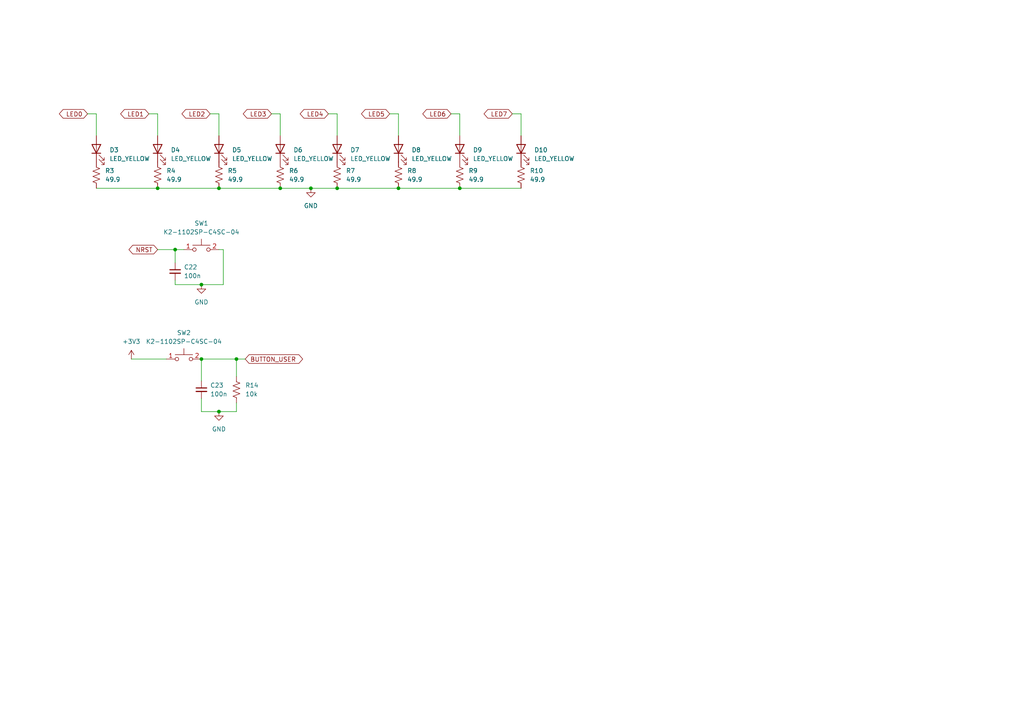
<source format=kicad_sch>
(kicad_sch (version 20211123) (generator eeschema)

  (uuid 8d4d26d9-b338-416f-bbf5-5567e320385a)

  (paper "A4")

  (lib_symbols
    (symbol "Device:C_Small" (pin_numbers hide) (pin_names (offset 0.254) hide) (in_bom yes) (on_board yes)
      (property "Reference" "C" (id 0) (at 0.254 1.778 0)
        (effects (font (size 1.27 1.27)) (justify left))
      )
      (property "Value" "C_Small" (id 1) (at 0.254 -2.032 0)
        (effects (font (size 1.27 1.27)) (justify left))
      )
      (property "Footprint" "" (id 2) (at 0 0 0)
        (effects (font (size 1.27 1.27)) hide)
      )
      (property "Datasheet" "~" (id 3) (at 0 0 0)
        (effects (font (size 1.27 1.27)) hide)
      )
      (property "ki_keywords" "capacitor cap" (id 4) (at 0 0 0)
        (effects (font (size 1.27 1.27)) hide)
      )
      (property "ki_description" "Unpolarized capacitor, small symbol" (id 5) (at 0 0 0)
        (effects (font (size 1.27 1.27)) hide)
      )
      (property "ki_fp_filters" "C_*" (id 6) (at 0 0 0)
        (effects (font (size 1.27 1.27)) hide)
      )
      (symbol "C_Small_0_1"
        (polyline
          (pts
            (xy -1.524 -0.508)
            (xy 1.524 -0.508)
          )
          (stroke (width 0.3302) (type default) (color 0 0 0 0))
          (fill (type none))
        )
        (polyline
          (pts
            (xy -1.524 0.508)
            (xy 1.524 0.508)
          )
          (stroke (width 0.3048) (type default) (color 0 0 0 0))
          (fill (type none))
        )
      )
      (symbol "C_Small_1_1"
        (pin passive line (at 0 2.54 270) (length 2.032)
          (name "~" (effects (font (size 1.27 1.27))))
          (number "1" (effects (font (size 1.27 1.27))))
        )
        (pin passive line (at 0 -2.54 90) (length 2.032)
          (name "~" (effects (font (size 1.27 1.27))))
          (number "2" (effects (font (size 1.27 1.27))))
        )
      )
    )
    (symbol "Device:LED" (pin_numbers hide) (pin_names (offset 1.016) hide) (in_bom yes) (on_board yes)
      (property "Reference" "D" (id 0) (at 0 2.54 0)
        (effects (font (size 1.27 1.27)))
      )
      (property "Value" "LED" (id 1) (at 0 -2.54 0)
        (effects (font (size 1.27 1.27)))
      )
      (property "Footprint" "" (id 2) (at 0 0 0)
        (effects (font (size 1.27 1.27)) hide)
      )
      (property "Datasheet" "~" (id 3) (at 0 0 0)
        (effects (font (size 1.27 1.27)) hide)
      )
      (property "ki_keywords" "LED diode" (id 4) (at 0 0 0)
        (effects (font (size 1.27 1.27)) hide)
      )
      (property "ki_description" "Light emitting diode" (id 5) (at 0 0 0)
        (effects (font (size 1.27 1.27)) hide)
      )
      (property "ki_fp_filters" "LED* LED_SMD:* LED_THT:*" (id 6) (at 0 0 0)
        (effects (font (size 1.27 1.27)) hide)
      )
      (symbol "LED_0_1"
        (polyline
          (pts
            (xy -1.27 -1.27)
            (xy -1.27 1.27)
          )
          (stroke (width 0.254) (type default) (color 0 0 0 0))
          (fill (type none))
        )
        (polyline
          (pts
            (xy -1.27 0)
            (xy 1.27 0)
          )
          (stroke (width 0) (type default) (color 0 0 0 0))
          (fill (type none))
        )
        (polyline
          (pts
            (xy 1.27 -1.27)
            (xy 1.27 1.27)
            (xy -1.27 0)
            (xy 1.27 -1.27)
          )
          (stroke (width 0.254) (type default) (color 0 0 0 0))
          (fill (type none))
        )
        (polyline
          (pts
            (xy -3.048 -0.762)
            (xy -4.572 -2.286)
            (xy -3.81 -2.286)
            (xy -4.572 -2.286)
            (xy -4.572 -1.524)
          )
          (stroke (width 0) (type default) (color 0 0 0 0))
          (fill (type none))
        )
        (polyline
          (pts
            (xy -1.778 -0.762)
            (xy -3.302 -2.286)
            (xy -2.54 -2.286)
            (xy -3.302 -2.286)
            (xy -3.302 -1.524)
          )
          (stroke (width 0) (type default) (color 0 0 0 0))
          (fill (type none))
        )
      )
      (symbol "LED_1_1"
        (pin passive line (at -3.81 0 0) (length 2.54)
          (name "K" (effects (font (size 1.27 1.27))))
          (number "1" (effects (font (size 1.27 1.27))))
        )
        (pin passive line (at 3.81 0 180) (length 2.54)
          (name "A" (effects (font (size 1.27 1.27))))
          (number "2" (effects (font (size 1.27 1.27))))
        )
      )
    )
    (symbol "Device:R_US" (pin_numbers hide) (pin_names (offset 0)) (in_bom yes) (on_board yes)
      (property "Reference" "R" (id 0) (at 2.54 0 90)
        (effects (font (size 1.27 1.27)))
      )
      (property "Value" "R_US" (id 1) (at -2.54 0 90)
        (effects (font (size 1.27 1.27)))
      )
      (property "Footprint" "" (id 2) (at 1.016 -0.254 90)
        (effects (font (size 1.27 1.27)) hide)
      )
      (property "Datasheet" "~" (id 3) (at 0 0 0)
        (effects (font (size 1.27 1.27)) hide)
      )
      (property "ki_keywords" "R res resistor" (id 4) (at 0 0 0)
        (effects (font (size 1.27 1.27)) hide)
      )
      (property "ki_description" "Resistor, US symbol" (id 5) (at 0 0 0)
        (effects (font (size 1.27 1.27)) hide)
      )
      (property "ki_fp_filters" "R_*" (id 6) (at 0 0 0)
        (effects (font (size 1.27 1.27)) hide)
      )
      (symbol "R_US_0_1"
        (polyline
          (pts
            (xy 0 -2.286)
            (xy 0 -2.54)
          )
          (stroke (width 0) (type default) (color 0 0 0 0))
          (fill (type none))
        )
        (polyline
          (pts
            (xy 0 2.286)
            (xy 0 2.54)
          )
          (stroke (width 0) (type default) (color 0 0 0 0))
          (fill (type none))
        )
        (polyline
          (pts
            (xy 0 -0.762)
            (xy 1.016 -1.143)
            (xy 0 -1.524)
            (xy -1.016 -1.905)
            (xy 0 -2.286)
          )
          (stroke (width 0) (type default) (color 0 0 0 0))
          (fill (type none))
        )
        (polyline
          (pts
            (xy 0 0.762)
            (xy 1.016 0.381)
            (xy 0 0)
            (xy -1.016 -0.381)
            (xy 0 -0.762)
          )
          (stroke (width 0) (type default) (color 0 0 0 0))
          (fill (type none))
        )
        (polyline
          (pts
            (xy 0 2.286)
            (xy 1.016 1.905)
            (xy 0 1.524)
            (xy -1.016 1.143)
            (xy 0 0.762)
          )
          (stroke (width 0) (type default) (color 0 0 0 0))
          (fill (type none))
        )
      )
      (symbol "R_US_1_1"
        (pin passive line (at 0 3.81 270) (length 1.27)
          (name "~" (effects (font (size 1.27 1.27))))
          (number "1" (effects (font (size 1.27 1.27))))
        )
        (pin passive line (at 0 -3.81 90) (length 1.27)
          (name "~" (effects (font (size 1.27 1.27))))
          (number "2" (effects (font (size 1.27 1.27))))
        )
      )
    )
    (symbol "SW_TL3305_1" (in_bom yes) (on_board yes)
      (property "Reference" "SW?" (id 0) (at -1.27 6.35 0)
        (effects (font (size 1.27 1.27)))
      )
      (property "Value" "SW_TL3305_1" (id 1) (at 0 3.81 0)
        (effects (font (size 1.27 1.27)))
      )
      (property "Footprint" "" (id 2) (at 0 0 0)
        (effects (font (size 1.27 1.27)) hide)
      )
      (property "Datasheet" "" (id 3) (at 0 0 0)
        (effects (font (size 1.27 1.27)) hide)
      )
      (symbol "SW_TL3305_1_0_1"
        (circle (center -2.032 0) (radius 0.508)
          (stroke (width 0) (type default) (color 0 0 0 0))
          (fill (type none))
        )
        (polyline
          (pts
            (xy 0 1.27)
            (xy 0 3.048)
          )
          (stroke (width 0) (type default) (color 0 0 0 0))
          (fill (type none))
        )
        (polyline
          (pts
            (xy 2.54 1.27)
            (xy -2.54 1.27)
          )
          (stroke (width 0) (type default) (color 0 0 0 0))
          (fill (type none))
        )
        (circle (center 2.032 0) (radius 0.508)
          (stroke (width 0) (type default) (color 0 0 0 0))
          (fill (type none))
        )
        (pin passive line (at -5.08 0 0) (length 2.54)
          (name "" (effects (font (size 1.27 1.27))))
          (number "1" (effects (font (size 1.27 1.27))))
        )
        (pin passive line (at 5.08 0 180) (length 2.54)
          (name "" (effects (font (size 1.27 1.27))))
          (number "2" (effects (font (size 1.27 1.27))))
        )
      )
    )
    (symbol "power:+3V3" (power) (pin_names (offset 0)) (in_bom yes) (on_board yes)
      (property "Reference" "#PWR" (id 0) (at 0 -3.81 0)
        (effects (font (size 1.27 1.27)) hide)
      )
      (property "Value" "+3V3" (id 1) (at 0 3.556 0)
        (effects (font (size 1.27 1.27)))
      )
      (property "Footprint" "" (id 2) (at 0 0 0)
        (effects (font (size 1.27 1.27)) hide)
      )
      (property "Datasheet" "" (id 3) (at 0 0 0)
        (effects (font (size 1.27 1.27)) hide)
      )
      (property "ki_keywords" "power-flag" (id 4) (at 0 0 0)
        (effects (font (size 1.27 1.27)) hide)
      )
      (property "ki_description" "Power symbol creates a global label with name \"+3V3\"" (id 5) (at 0 0 0)
        (effects (font (size 1.27 1.27)) hide)
      )
      (symbol "+3V3_0_1"
        (polyline
          (pts
            (xy -0.762 1.27)
            (xy 0 2.54)
          )
          (stroke (width 0) (type default) (color 0 0 0 0))
          (fill (type none))
        )
        (polyline
          (pts
            (xy 0 0)
            (xy 0 2.54)
          )
          (stroke (width 0) (type default) (color 0 0 0 0))
          (fill (type none))
        )
        (polyline
          (pts
            (xy 0 2.54)
            (xy 0.762 1.27)
          )
          (stroke (width 0) (type default) (color 0 0 0 0))
          (fill (type none))
        )
      )
      (symbol "+3V3_1_1"
        (pin power_in line (at 0 0 90) (length 0) hide
          (name "+3V3" (effects (font (size 1.27 1.27))))
          (number "1" (effects (font (size 1.27 1.27))))
        )
      )
    )
    (symbol "power:GND" (power) (pin_names (offset 0)) (in_bom yes) (on_board yes)
      (property "Reference" "#PWR" (id 0) (at 0 -6.35 0)
        (effects (font (size 1.27 1.27)) hide)
      )
      (property "Value" "GND" (id 1) (at 0 -3.81 0)
        (effects (font (size 1.27 1.27)))
      )
      (property "Footprint" "" (id 2) (at 0 0 0)
        (effects (font (size 1.27 1.27)) hide)
      )
      (property "Datasheet" "" (id 3) (at 0 0 0)
        (effects (font (size 1.27 1.27)) hide)
      )
      (property "ki_keywords" "power-flag" (id 4) (at 0 0 0)
        (effects (font (size 1.27 1.27)) hide)
      )
      (property "ki_description" "Power symbol creates a global label with name \"GND\" , ground" (id 5) (at 0 0 0)
        (effects (font (size 1.27 1.27)) hide)
      )
      (symbol "GND_0_1"
        (polyline
          (pts
            (xy 0 0)
            (xy 0 -1.27)
            (xy 1.27 -1.27)
            (xy 0 -2.54)
            (xy -1.27 -1.27)
            (xy 0 -1.27)
          )
          (stroke (width 0) (type default) (color 0 0 0 0))
          (fill (type none))
        )
      )
      (symbol "GND_1_1"
        (pin power_in line (at 0 0 270) (length 0) hide
          (name "GND" (effects (font (size 1.27 1.27))))
          (number "1" (effects (font (size 1.27 1.27))))
        )
      )
    )
    (symbol "sparkboxLibrary:SW_TL3305" (in_bom yes) (on_board yes)
      (property "Reference" "SW?" (id 0) (at -1.27 6.35 0)
        (effects (font (size 1.27 1.27)))
      )
      (property "Value" "SW_TL3305" (id 1) (at 0 3.81 0)
        (effects (font (size 1.27 1.27)))
      )
      (property "Footprint" "" (id 2) (at 0 0 0)
        (effects (font (size 1.27 1.27)) hide)
      )
      (property "Datasheet" "" (id 3) (at 0 0 0)
        (effects (font (size 1.27 1.27)) hide)
      )
      (symbol "SW_TL3305_0_1"
        (circle (center -2.032 0) (radius 0.508)
          (stroke (width 0) (type default) (color 0 0 0 0))
          (fill (type none))
        )
        (polyline
          (pts
            (xy 0 1.27)
            (xy 0 3.048)
          )
          (stroke (width 0) (type default) (color 0 0 0 0))
          (fill (type none))
        )
        (polyline
          (pts
            (xy 2.54 1.27)
            (xy -2.54 1.27)
          )
          (stroke (width 0) (type default) (color 0 0 0 0))
          (fill (type none))
        )
        (circle (center 2.032 0) (radius 0.508)
          (stroke (width 0) (type default) (color 0 0 0 0))
          (fill (type none))
        )
        (pin passive line (at -5.08 0 0) (length 2.54)
          (name "" (effects (font (size 1.27 1.27))))
          (number "1" (effects (font (size 1.27 1.27))))
        )
        (pin passive line (at 5.08 0 180) (length 2.54)
          (name "" (effects (font (size 1.27 1.27))))
          (number "2" (effects (font (size 1.27 1.27))))
        )
      )
    )
  )

  (junction (at 58.42 82.55) (diameter 0) (color 0 0 0 0)
    (uuid 0b8f548b-b7cb-425a-9483-58194357eadb)
  )
  (junction (at 97.79 54.61) (diameter 0) (color 0 0 0 0)
    (uuid 1dd17500-8e12-4121-bde7-4d936875233d)
  )
  (junction (at 63.5 54.61) (diameter 0) (color 0 0 0 0)
    (uuid 4c591ef7-05ec-40b5-bb57-001faf96f9c7)
  )
  (junction (at 115.57 54.61) (diameter 0) (color 0 0 0 0)
    (uuid 527fbb99-c4ee-4416-8e53-072053801025)
  )
  (junction (at 133.35 54.61) (diameter 0) (color 0 0 0 0)
    (uuid 8fa62ad8-f995-4d5d-8ff8-cb9c5cfece0a)
  )
  (junction (at 90.17 54.61) (diameter 0) (color 0 0 0 0)
    (uuid a5fb2d7c-0590-4018-a4f5-751b7692d61d)
  )
  (junction (at 68.58 104.14) (diameter 0) (color 0 0 0 0)
    (uuid a7ddc34d-2c1a-4ee9-b95d-669c2b533604)
  )
  (junction (at 45.72 54.61) (diameter 0) (color 0 0 0 0)
    (uuid acc6e2d4-675b-4006-97b5-beb36e01997b)
  )
  (junction (at 50.8 72.39) (diameter 0) (color 0 0 0 0)
    (uuid b7e0edac-e9a4-46ed-8ee2-2052feacf553)
  )
  (junction (at 63.5 119.38) (diameter 0) (color 0 0 0 0)
    (uuid c1fd01d6-4c14-424e-9f11-6920b3e63ca1)
  )
  (junction (at 81.28 54.61) (diameter 0) (color 0 0 0 0)
    (uuid e614a1e3-796c-4787-b475-93ec371d8f91)
  )
  (junction (at 58.42 104.14) (diameter 0) (color 0 0 0 0)
    (uuid e9a72ed8-83ca-41f1-ae1f-c360bdd265cc)
  )

  (wire (pts (xy 50.8 82.55) (xy 50.8 81.28))
    (stroke (width 0) (type default) (color 0 0 0 0))
    (uuid 040a4148-12e6-4eac-b1bf-9f31b94cf379)
  )
  (wire (pts (xy 58.42 115.57) (xy 58.42 119.38))
    (stroke (width 0) (type default) (color 0 0 0 0))
    (uuid 0ddcedf4-7263-47cb-8493-d675e7f88f16)
  )
  (wire (pts (xy 148.59 33.02) (xy 151.13 33.02))
    (stroke (width 0) (type default) (color 0 0 0 0))
    (uuid 137d0993-da9d-48c8-85e1-471aad8c1ffa)
  )
  (wire (pts (xy 81.28 54.61) (xy 90.17 54.61))
    (stroke (width 0) (type default) (color 0 0 0 0))
    (uuid 13b37d21-cc2c-4077-8942-76223a051c5b)
  )
  (wire (pts (xy 68.58 116.84) (xy 68.58 119.38))
    (stroke (width 0) (type default) (color 0 0 0 0))
    (uuid 181412ac-e7bf-49a4-88dd-038eb7b51bdc)
  )
  (wire (pts (xy 64.77 72.39) (xy 63.5 72.39))
    (stroke (width 0) (type default) (color 0 0 0 0))
    (uuid 18ee8ff4-71ea-4073-9689-0d862044570a)
  )
  (wire (pts (xy 95.25 33.02) (xy 97.79 33.02))
    (stroke (width 0) (type default) (color 0 0 0 0))
    (uuid 1b93e12d-8193-4891-99ef-7666b771aaa3)
  )
  (wire (pts (xy 81.28 33.02) (xy 81.28 39.37))
    (stroke (width 0) (type default) (color 0 0 0 0))
    (uuid 257e108d-704d-4d2c-8044-3dc5e7217c66)
  )
  (wire (pts (xy 90.17 54.61) (xy 97.79 54.61))
    (stroke (width 0) (type default) (color 0 0 0 0))
    (uuid 2a6f87a1-0b13-4b3c-a91c-77983e94f20c)
  )
  (wire (pts (xy 78.74 33.02) (xy 81.28 33.02))
    (stroke (width 0) (type default) (color 0 0 0 0))
    (uuid 2c4f5dd5-bd2b-40b6-8f7f-b111cf50aeab)
  )
  (wire (pts (xy 45.72 33.02) (xy 45.72 39.37))
    (stroke (width 0) (type default) (color 0 0 0 0))
    (uuid 3b0f1f90-5bb2-4cf8-b509-392fc63a8738)
  )
  (wire (pts (xy 115.57 33.02) (xy 115.57 39.37))
    (stroke (width 0) (type default) (color 0 0 0 0))
    (uuid 40904d8c-9ad9-4ef2-8885-85bff83c9802)
  )
  (wire (pts (xy 151.13 33.02) (xy 151.13 39.37))
    (stroke (width 0) (type default) (color 0 0 0 0))
    (uuid 4121e55c-cb3e-49ec-8021-25b6320853c4)
  )
  (wire (pts (xy 50.8 82.55) (xy 58.42 82.55))
    (stroke (width 0) (type default) (color 0 0 0 0))
    (uuid 42744b02-c58c-4bfe-a959-15244c1af404)
  )
  (wire (pts (xy 27.94 54.61) (xy 45.72 54.61))
    (stroke (width 0) (type default) (color 0 0 0 0))
    (uuid 4c2ef7a0-ff1a-4618-9b3f-9c1bf1c1d9fe)
  )
  (wire (pts (xy 130.81 33.02) (xy 133.35 33.02))
    (stroke (width 0) (type default) (color 0 0 0 0))
    (uuid 53dfd708-862f-4dbf-bade-38baeab80ece)
  )
  (wire (pts (xy 63.5 119.38) (xy 68.58 119.38))
    (stroke (width 0) (type default) (color 0 0 0 0))
    (uuid 53ecfdc0-7146-4a43-be36-e6f46b68acb3)
  )
  (wire (pts (xy 43.18 33.02) (xy 45.72 33.02))
    (stroke (width 0) (type default) (color 0 0 0 0))
    (uuid 5c865f26-3286-45d7-9c39-368e6cad6bba)
  )
  (wire (pts (xy 133.35 54.61) (xy 151.13 54.61))
    (stroke (width 0) (type default) (color 0 0 0 0))
    (uuid 605f65ce-bdd4-4972-b13a-3394d0fad76a)
  )
  (wire (pts (xy 63.5 54.61) (xy 81.28 54.61))
    (stroke (width 0) (type default) (color 0 0 0 0))
    (uuid 67083403-6b3b-4d4a-a963-05b2aee4cd48)
  )
  (wire (pts (xy 60.96 33.02) (xy 63.5 33.02))
    (stroke (width 0) (type default) (color 0 0 0 0))
    (uuid 687308be-8e7d-41c7-8d0f-8c72999b9abd)
  )
  (wire (pts (xy 115.57 54.61) (xy 133.35 54.61))
    (stroke (width 0) (type default) (color 0 0 0 0))
    (uuid 74cd7f21-eccc-4136-b027-f1c30a6aee3a)
  )
  (wire (pts (xy 68.58 104.14) (xy 68.58 109.22))
    (stroke (width 0) (type default) (color 0 0 0 0))
    (uuid 7dcc0bfe-b767-4758-a88d-2865170050e6)
  )
  (wire (pts (xy 50.8 76.2) (xy 50.8 72.39))
    (stroke (width 0) (type default) (color 0 0 0 0))
    (uuid a774c6a3-7f22-4bed-9940-3b46bf8563d0)
  )
  (wire (pts (xy 64.77 82.55) (xy 58.42 82.55))
    (stroke (width 0) (type default) (color 0 0 0 0))
    (uuid aa00ed56-86a8-4466-9df8-7f88a4f4ab46)
  )
  (wire (pts (xy 50.8 72.39) (xy 53.34 72.39))
    (stroke (width 0) (type default) (color 0 0 0 0))
    (uuid b116e757-eaa5-43f5-8f0d-13b4ca462987)
  )
  (wire (pts (xy 58.42 119.38) (xy 63.5 119.38))
    (stroke (width 0) (type default) (color 0 0 0 0))
    (uuid b1874bed-cc23-4865-b71a-89b1d247078c)
  )
  (wire (pts (xy 113.03 33.02) (xy 115.57 33.02))
    (stroke (width 0) (type default) (color 0 0 0 0))
    (uuid b7675c6b-7aab-4554-a29d-e4c036d2dbc8)
  )
  (wire (pts (xy 58.42 104.14) (xy 58.42 110.49))
    (stroke (width 0) (type default) (color 0 0 0 0))
    (uuid bc2fa0c2-9494-4833-aec0-311924cfa27e)
  )
  (wire (pts (xy 97.79 33.02) (xy 97.79 39.37))
    (stroke (width 0) (type default) (color 0 0 0 0))
    (uuid c5598274-3ebf-44da-b1b2-d907b80def17)
  )
  (wire (pts (xy 45.72 54.61) (xy 63.5 54.61))
    (stroke (width 0) (type default) (color 0 0 0 0))
    (uuid c7f2dc13-fd88-40df-a579-6f2e1cb073f5)
  )
  (wire (pts (xy 97.79 54.61) (xy 115.57 54.61))
    (stroke (width 0) (type default) (color 0 0 0 0))
    (uuid cf345e8b-650f-4e5e-8ec8-25cbade00f98)
  )
  (wire (pts (xy 27.94 33.02) (xy 27.94 39.37))
    (stroke (width 0) (type default) (color 0 0 0 0))
    (uuid d86947ab-b952-4e70-aa14-383a40a7ee1e)
  )
  (wire (pts (xy 45.72 72.39) (xy 50.8 72.39))
    (stroke (width 0) (type default) (color 0 0 0 0))
    (uuid d8da8aa5-aeb8-433c-8f8f-549381a29d82)
  )
  (wire (pts (xy 64.77 72.39) (xy 64.77 82.55))
    (stroke (width 0) (type default) (color 0 0 0 0))
    (uuid e2f3eadf-8402-4a67-9899-ddfb02534c6d)
  )
  (wire (pts (xy 63.5 33.02) (xy 63.5 39.37))
    (stroke (width 0) (type default) (color 0 0 0 0))
    (uuid e76385e2-24bc-46f7-a81c-1de808eee51c)
  )
  (wire (pts (xy 133.35 33.02) (xy 133.35 39.37))
    (stroke (width 0) (type default) (color 0 0 0 0))
    (uuid ea9c79fb-557f-4347-89d5-f5b861ff80cb)
  )
  (wire (pts (xy 38.1 104.14) (xy 48.26 104.14))
    (stroke (width 0) (type default) (color 0 0 0 0))
    (uuid eb00c768-ff04-45ea-9865-5b5edefae34b)
  )
  (wire (pts (xy 58.42 104.14) (xy 68.58 104.14))
    (stroke (width 0) (type default) (color 0 0 0 0))
    (uuid ef7a37da-f555-49b2-8f33-35f19024e6ea)
  )
  (wire (pts (xy 25.4 33.02) (xy 27.94 33.02))
    (stroke (width 0) (type default) (color 0 0 0 0))
    (uuid f280731e-6e1d-4e9c-a290-4bf1dcf0e994)
  )
  (wire (pts (xy 68.58 104.14) (xy 71.12 104.14))
    (stroke (width 0) (type default) (color 0 0 0 0))
    (uuid fa5d94fe-a318-493b-a77f-781fc4bfbbce)
  )

  (global_label "LED2" (shape bidirectional) (at 60.96 33.02 180) (fields_autoplaced)
    (effects (font (size 1.27 1.27)) (justify right))
    (uuid 0123daa1-02bc-4b54-920a-d1e4efce4aee)
    (property "Intersheet References" "${INTERSHEET_REFS}" (id 0) (at 53.8902 32.9406 0)
      (effects (font (size 1.27 1.27)) (justify right) hide)
    )
  )
  (global_label "LED3" (shape bidirectional) (at 78.74 33.02 180) (fields_autoplaced)
    (effects (font (size 1.27 1.27)) (justify right))
    (uuid 29b1e4e3-ceed-408f-a967-6c6a7984eebd)
    (property "Intersheet References" "${INTERSHEET_REFS}" (id 0) (at 71.6702 32.9406 0)
      (effects (font (size 1.27 1.27)) (justify right) hide)
    )
  )
  (global_label "BUTTON_USER" (shape bidirectional) (at 71.12 104.14 0) (fields_autoplaced)
    (effects (font (size 1.27 1.27)) (justify left))
    (uuid 61b156ad-1d9f-4415-85ff-02ba0d3d8efa)
    (property "Intersheet References" "${INTERSHEET_REFS}" (id 0) (at 86.6564 104.0606 0)
      (effects (font (size 1.27 1.27)) (justify left) hide)
    )
  )
  (global_label "LED7" (shape bidirectional) (at 148.59 33.02 180) (fields_autoplaced)
    (effects (font (size 1.27 1.27)) (justify right))
    (uuid 64bf9668-0b55-46fe-b402-f05382c7d035)
    (property "Intersheet References" "${INTERSHEET_REFS}" (id 0) (at 141.5202 32.9406 0)
      (effects (font (size 1.27 1.27)) (justify right) hide)
    )
  )
  (global_label "LED4" (shape bidirectional) (at 95.25 33.02 180) (fields_autoplaced)
    (effects (font (size 1.27 1.27)) (justify right))
    (uuid 710543d5-404b-44d7-b0d9-fd3ac57a5278)
    (property "Intersheet References" "${INTERSHEET_REFS}" (id 0) (at 88.1802 32.9406 0)
      (effects (font (size 1.27 1.27)) (justify right) hide)
    )
  )
  (global_label "LED5" (shape bidirectional) (at 113.03 33.02 180) (fields_autoplaced)
    (effects (font (size 1.27 1.27)) (justify right))
    (uuid 89530834-841a-47ee-a6ac-3a91b3c04058)
    (property "Intersheet References" "${INTERSHEET_REFS}" (id 0) (at 105.9602 32.9406 0)
      (effects (font (size 1.27 1.27)) (justify right) hide)
    )
  )
  (global_label "LED6" (shape bidirectional) (at 130.81 33.02 180) (fields_autoplaced)
    (effects (font (size 1.27 1.27)) (justify right))
    (uuid 9576fa4e-c488-4e83-b4fb-f519a3e31643)
    (property "Intersheet References" "${INTERSHEET_REFS}" (id 0) (at 123.7402 32.9406 0)
      (effects (font (size 1.27 1.27)) (justify right) hide)
    )
  )
  (global_label "LED1" (shape bidirectional) (at 43.18 33.02 180) (fields_autoplaced)
    (effects (font (size 1.27 1.27)) (justify right))
    (uuid af558a25-2f33-4516-9967-d677ed02ea23)
    (property "Intersheet References" "${INTERSHEET_REFS}" (id 0) (at 36.1102 32.9406 0)
      (effects (font (size 1.27 1.27)) (justify right) hide)
    )
  )
  (global_label "NRST" (shape bidirectional) (at 45.72 72.39 180) (fields_autoplaced)
    (effects (font (size 1.27 1.27)) (justify right))
    (uuid c6b195df-d9f4-4f6c-910f-717e0a326b6d)
    (property "Intersheet References" "${INTERSHEET_REFS}" (id 0) (at 38.5293 72.3106 0)
      (effects (font (size 1.27 1.27)) (justify right) hide)
    )
  )
  (global_label "LED0" (shape bidirectional) (at 25.4 33.02 180) (fields_autoplaced)
    (effects (font (size 1.27 1.27)) (justify right))
    (uuid f6a47256-bbe7-4c54-a32e-4445da3fef66)
    (property "Intersheet References" "${INTERSHEET_REFS}" (id 0) (at 18.3302 32.9406 0)
      (effects (font (size 1.27 1.27)) (justify right) hide)
    )
  )

  (symbol (lib_id "Device:R_US") (at 115.57 50.8 0) (unit 1)
    (in_bom yes) (on_board yes) (fields_autoplaced)
    (uuid 092add5a-e1c3-4219-b6d4-2db81a02cc84)
    (property "Reference" "R8" (id 0) (at 118.11 49.5299 0)
      (effects (font (size 1.27 1.27)) (justify left))
    )
    (property "Value" "49.9" (id 1) (at 118.11 52.0699 0)
      (effects (font (size 1.27 1.27)) (justify left))
    )
    (property "Footprint" "Resistor_SMD:R_0402_1005Metric" (id 2) (at 116.586 51.054 90)
      (effects (font (size 1.27 1.27)) hide)
    )
    (property "Datasheet" "~" (id 3) (at 115.57 50.8 0)
      (effects (font (size 1.27 1.27)) hide)
    )
    (property "JLPCB Part #" "C25120" (id 4) (at 115.57 50.8 0)
      (effects (font (size 1.27 1.27)) hide)
    )
    (property "JLCPCB Part #" "C25120" (id 5) (at 115.57 50.8 0)
      (effects (font (size 1.27 1.27)) hide)
    )
    (pin "1" (uuid ddd8f16a-0e24-4773-8737-f7e08d2cc7a5))
    (pin "2" (uuid 4082a45c-8a6e-459b-9ca8-436336780157))
  )

  (symbol (lib_id "Device:LED") (at 151.13 43.18 90) (unit 1)
    (in_bom yes) (on_board yes) (fields_autoplaced)
    (uuid 0b669f80-8649-4923-98d4-806f4d9512c3)
    (property "Reference" "D10" (id 0) (at 154.94 43.4974 90)
      (effects (font (size 1.27 1.27)) (justify right))
    )
    (property "Value" "LED_YELLOW" (id 1) (at 154.94 46.0374 90)
      (effects (font (size 1.27 1.27)) (justify right))
    )
    (property "Footprint" "LED_SMD:LED_0805_2012Metric" (id 2) (at 151.13 43.18 0)
      (effects (font (size 1.27 1.27)) hide)
    )
    (property "Datasheet" "~" (id 3) (at 151.13 43.18 0)
      (effects (font (size 1.27 1.27)) hide)
    )
    (property "JLPCB Part #" "C2296" (id 4) (at 151.13 43.18 0)
      (effects (font (size 1.27 1.27)) hide)
    )
    (property "JLCPCB Part #" "C2296" (id 5) (at 151.13 43.18 0)
      (effects (font (size 1.27 1.27)) hide)
    )
    (pin "1" (uuid 9bd1cc46-2ce9-4098-8620-6db4f586542e))
    (pin "2" (uuid 040a8206-9b66-4bbe-940c-0df795a41eb0))
  )

  (symbol (lib_id "Device:LED") (at 63.5 43.18 90) (unit 1)
    (in_bom yes) (on_board yes) (fields_autoplaced)
    (uuid 10acaa87-55af-4a5b-9ad6-b2d079ac7b3e)
    (property "Reference" "D5" (id 0) (at 67.31 43.4974 90)
      (effects (font (size 1.27 1.27)) (justify right))
    )
    (property "Value" "LED_YELLOW" (id 1) (at 67.31 46.0374 90)
      (effects (font (size 1.27 1.27)) (justify right))
    )
    (property "Footprint" "LED_SMD:LED_0805_2012Metric" (id 2) (at 63.5 43.18 0)
      (effects (font (size 1.27 1.27)) hide)
    )
    (property "Datasheet" "~" (id 3) (at 63.5 43.18 0)
      (effects (font (size 1.27 1.27)) hide)
    )
    (property "JLPCB Part #" "C2296" (id 4) (at 63.5 43.18 0)
      (effects (font (size 1.27 1.27)) hide)
    )
    (property "JLCPCB Part #" "C2296" (id 5) (at 63.5 43.18 0)
      (effects (font (size 1.27 1.27)) hide)
    )
    (pin "1" (uuid 4c897d61-d100-4f26-b532-3e4b44a3e5d8))
    (pin "2" (uuid 2066111b-d0e2-4f48-9d2a-e034ca17d926))
  )

  (symbol (lib_id "Device:LED") (at 81.28 43.18 90) (unit 1)
    (in_bom yes) (on_board yes) (fields_autoplaced)
    (uuid 122552b2-7449-4689-9f9a-2b54d5eb5e04)
    (property "Reference" "D6" (id 0) (at 85.09 43.4974 90)
      (effects (font (size 1.27 1.27)) (justify right))
    )
    (property "Value" "LED_YELLOW" (id 1) (at 85.09 46.0374 90)
      (effects (font (size 1.27 1.27)) (justify right))
    )
    (property "Footprint" "LED_SMD:LED_0805_2012Metric" (id 2) (at 81.28 43.18 0)
      (effects (font (size 1.27 1.27)) hide)
    )
    (property "Datasheet" "~" (id 3) (at 81.28 43.18 0)
      (effects (font (size 1.27 1.27)) hide)
    )
    (property "JLPCB Part #" "C2296" (id 4) (at 81.28 43.18 0)
      (effects (font (size 1.27 1.27)) hide)
    )
    (property "JLCPCB Part #" "C2296" (id 5) (at 81.28 43.18 0)
      (effects (font (size 1.27 1.27)) hide)
    )
    (pin "1" (uuid c53285e2-1573-4704-a28f-d3742d1dc01d))
    (pin "2" (uuid 91e5075b-549a-4773-bbda-8ecba110edb9))
  )

  (symbol (lib_id "Device:R_US") (at 81.28 50.8 0) (unit 1)
    (in_bom yes) (on_board yes) (fields_autoplaced)
    (uuid 215b9c8b-c046-4a37-a3c0-4fdc3ec81592)
    (property "Reference" "R6" (id 0) (at 83.82 49.5299 0)
      (effects (font (size 1.27 1.27)) (justify left))
    )
    (property "Value" "49.9" (id 1) (at 83.82 52.0699 0)
      (effects (font (size 1.27 1.27)) (justify left))
    )
    (property "Footprint" "Resistor_SMD:R_0402_1005Metric" (id 2) (at 82.296 51.054 90)
      (effects (font (size 1.27 1.27)) hide)
    )
    (property "Datasheet" "~" (id 3) (at 81.28 50.8 0)
      (effects (font (size 1.27 1.27)) hide)
    )
    (property "JLPCB Part #" "C25120" (id 4) (at 81.28 50.8 0)
      (effects (font (size 1.27 1.27)) hide)
    )
    (property "JLCPCB Part #" "C25120" (id 5) (at 81.28 50.8 0)
      (effects (font (size 1.27 1.27)) hide)
    )
    (pin "1" (uuid 0e3f590c-5795-412d-846f-8b96af4c4486))
    (pin "2" (uuid 31dab7c6-ecdb-4efd-b6f5-9fc0da5ec545))
  )

  (symbol (lib_id "Device:R_US") (at 151.13 50.8 0) (unit 1)
    (in_bom yes) (on_board yes) (fields_autoplaced)
    (uuid 22c020e6-2e89-4445-9634-9e5d2a6aac9f)
    (property "Reference" "R10" (id 0) (at 153.67 49.5299 0)
      (effects (font (size 1.27 1.27)) (justify left))
    )
    (property "Value" "49.9" (id 1) (at 153.67 52.0699 0)
      (effects (font (size 1.27 1.27)) (justify left))
    )
    (property "Footprint" "Resistor_SMD:R_0402_1005Metric" (id 2) (at 152.146 51.054 90)
      (effects (font (size 1.27 1.27)) hide)
    )
    (property "Datasheet" "~" (id 3) (at 151.13 50.8 0)
      (effects (font (size 1.27 1.27)) hide)
    )
    (property "JLPCB Part #" "C25120" (id 4) (at 151.13 50.8 0)
      (effects (font (size 1.27 1.27)) hide)
    )
    (property "JLCPCB Part #" "C25120" (id 5) (at 151.13 50.8 0)
      (effects (font (size 1.27 1.27)) hide)
    )
    (pin "1" (uuid eceec509-967d-416a-8b0d-a6d27ff34a97))
    (pin "2" (uuid 7289e297-9e18-4e41-96a9-52118cd07972))
  )

  (symbol (lib_id "power:GND") (at 63.5 119.38 0) (unit 1)
    (in_bom yes) (on_board yes) (fields_autoplaced)
    (uuid 28518ae6-d110-420d-8edf-a4cc0ae80aa9)
    (property "Reference" "#PWR0126" (id 0) (at 63.5 125.73 0)
      (effects (font (size 1.27 1.27)) hide)
    )
    (property "Value" "GND" (id 1) (at 63.5 124.46 0))
    (property "Footprint" "" (id 2) (at 63.5 119.38 0)
      (effects (font (size 1.27 1.27)) hide)
    )
    (property "Datasheet" "" (id 3) (at 63.5 119.38 0)
      (effects (font (size 1.27 1.27)) hide)
    )
    (pin "1" (uuid d9bf16e9-aeda-45f9-ab5b-c9490701a9c1))
  )

  (symbol (lib_id "Device:R_US") (at 68.58 113.03 0) (unit 1)
    (in_bom yes) (on_board yes) (fields_autoplaced)
    (uuid 3dbe6a7a-bc13-4fc1-8db1-b99441dc1d0a)
    (property "Reference" "R14" (id 0) (at 71.12 111.7599 0)
      (effects (font (size 1.27 1.27)) (justify left))
    )
    (property "Value" "10k" (id 1) (at 71.12 114.2999 0)
      (effects (font (size 1.27 1.27)) (justify left))
    )
    (property "Footprint" "Resistor_SMD:R_0402_1005Metric" (id 2) (at 69.596 113.284 90)
      (effects (font (size 1.27 1.27)) hide)
    )
    (property "Datasheet" "~" (id 3) (at 68.58 113.03 0)
      (effects (font (size 1.27 1.27)) hide)
    )
    (property "JLPCB Part #" "C25744" (id 4) (at 68.58 113.03 0)
      (effects (font (size 1.27 1.27)) hide)
    )
    (property "JLCPCB Part #" "C25744" (id 5) (at 68.58 113.03 0)
      (effects (font (size 1.27 1.27)) hide)
    )
    (pin "1" (uuid cbcd0d64-a8b4-4e90-93e0-a9eb5a170c87))
    (pin "2" (uuid 48ec27ad-5138-4f81-a27d-9d4a110954b3))
  )

  (symbol (lib_id "Device:LED") (at 133.35 43.18 90) (unit 1)
    (in_bom yes) (on_board yes) (fields_autoplaced)
    (uuid 3dd2ded8-f20e-4413-b8f3-01a6b3cf2945)
    (property "Reference" "D9" (id 0) (at 137.16 43.4974 90)
      (effects (font (size 1.27 1.27)) (justify right))
    )
    (property "Value" "LED_YELLOW" (id 1) (at 137.16 46.0374 90)
      (effects (font (size 1.27 1.27)) (justify right))
    )
    (property "Footprint" "LED_SMD:LED_0805_2012Metric" (id 2) (at 133.35 43.18 0)
      (effects (font (size 1.27 1.27)) hide)
    )
    (property "Datasheet" "~" (id 3) (at 133.35 43.18 0)
      (effects (font (size 1.27 1.27)) hide)
    )
    (property "JLPCB Part #" "C2296" (id 4) (at 133.35 43.18 0)
      (effects (font (size 1.27 1.27)) hide)
    )
    (property "JLCPCB Part #" "C2296" (id 5) (at 133.35 43.18 0)
      (effects (font (size 1.27 1.27)) hide)
    )
    (pin "1" (uuid e13b6c13-7a88-4515-a163-abcf615fd060))
    (pin "2" (uuid 4b020f2d-2586-4ff5-8a8c-2009cf86c195))
  )

  (symbol (lib_id "power:GND") (at 90.17 54.61 0) (unit 1)
    (in_bom yes) (on_board yes) (fields_autoplaced)
    (uuid 69e6e522-5bb9-4863-be5d-4b1822e5ee38)
    (property "Reference" "#PWR0128" (id 0) (at 90.17 60.96 0)
      (effects (font (size 1.27 1.27)) hide)
    )
    (property "Value" "GND" (id 1) (at 90.17 59.69 0))
    (property "Footprint" "" (id 2) (at 90.17 54.61 0)
      (effects (font (size 1.27 1.27)) hide)
    )
    (property "Datasheet" "" (id 3) (at 90.17 54.61 0)
      (effects (font (size 1.27 1.27)) hide)
    )
    (pin "1" (uuid af8bb4ed-78c6-4ff4-a57a-4bb83791cb57))
  )

  (symbol (lib_id "Device:R_US") (at 45.72 50.8 0) (unit 1)
    (in_bom yes) (on_board yes) (fields_autoplaced)
    (uuid 6f8197c0-10c3-4fa5-81df-8a1835ab5626)
    (property "Reference" "R4" (id 0) (at 48.26 49.5299 0)
      (effects (font (size 1.27 1.27)) (justify left))
    )
    (property "Value" "49.9" (id 1) (at 48.26 52.0699 0)
      (effects (font (size 1.27 1.27)) (justify left))
    )
    (property "Footprint" "Resistor_SMD:R_0402_1005Metric" (id 2) (at 46.736 51.054 90)
      (effects (font (size 1.27 1.27)) hide)
    )
    (property "Datasheet" "~" (id 3) (at 45.72 50.8 0)
      (effects (font (size 1.27 1.27)) hide)
    )
    (property "JLPCB Part #" "C25120" (id 4) (at 45.72 50.8 0)
      (effects (font (size 1.27 1.27)) hide)
    )
    (property "JLCPCB Part #" "C25120" (id 5) (at 45.72 50.8 0)
      (effects (font (size 1.27 1.27)) hide)
    )
    (pin "1" (uuid a3498257-c503-4843-b457-40524b883c6a))
    (pin "2" (uuid 0a6f4f59-7e9f-438c-99e5-e07d43318337))
  )

  (symbol (lib_id "Device:C_Small") (at 50.8 78.74 0) (unit 1)
    (in_bom yes) (on_board yes) (fields_autoplaced)
    (uuid 83f7f88a-d1ec-47e6-bf3d-cc0ac5f243c6)
    (property "Reference" "C22" (id 0) (at 53.34 77.4762 0)
      (effects (font (size 1.27 1.27)) (justify left))
    )
    (property "Value" "100n" (id 1) (at 53.34 80.0162 0)
      (effects (font (size 1.27 1.27)) (justify left))
    )
    (property "Footprint" "Capacitor_SMD:C_0402_1005Metric" (id 2) (at 50.8 78.74 0)
      (effects (font (size 1.27 1.27)) hide)
    )
    (property "Datasheet" "~" (id 3) (at 50.8 78.74 0)
      (effects (font (size 1.27 1.27)) hide)
    )
    (property "JLPCB Part #" "C1525" (id 4) (at 50.8 78.74 0)
      (effects (font (size 1.27 1.27)) hide)
    )
    (property "JLCPCB Part #" "C1525" (id 5) (at 50.8 78.74 0)
      (effects (font (size 1.27 1.27)) hide)
    )
    (pin "1" (uuid dfff929a-1012-4694-a2e6-76a258109e95))
    (pin "2" (uuid 89e34b5c-d323-4f47-8923-302bcc1ccae6))
  )

  (symbol (lib_id "Device:R_US") (at 63.5 50.8 0) (unit 1)
    (in_bom yes) (on_board yes) (fields_autoplaced)
    (uuid 8e6e5e6b-df45-4e8c-b399-8f1d594e67d6)
    (property "Reference" "R5" (id 0) (at 66.04 49.5299 0)
      (effects (font (size 1.27 1.27)) (justify left))
    )
    (property "Value" "49.9" (id 1) (at 66.04 52.0699 0)
      (effects (font (size 1.27 1.27)) (justify left))
    )
    (property "Footprint" "Resistor_SMD:R_0402_1005Metric" (id 2) (at 64.516 51.054 90)
      (effects (font (size 1.27 1.27)) hide)
    )
    (property "Datasheet" "~" (id 3) (at 63.5 50.8 0)
      (effects (font (size 1.27 1.27)) hide)
    )
    (property "JLPCB Part #" "C25120" (id 4) (at 63.5 50.8 0)
      (effects (font (size 1.27 1.27)) hide)
    )
    (property "JLCPCB Part #" "C25120" (id 5) (at 63.5 50.8 0)
      (effects (font (size 1.27 1.27)) hide)
    )
    (pin "1" (uuid 4c307a64-68d0-4963-89a3-b91f5b6a89ea))
    (pin "2" (uuid 7bba4360-0b90-4aaf-9fed-4f7961efe14b))
  )

  (symbol (lib_id "Device:C_Small") (at 58.42 113.03 0) (unit 1)
    (in_bom yes) (on_board yes) (fields_autoplaced)
    (uuid 9785e669-1177-4d17-8942-eb516f57ee69)
    (property "Reference" "C23" (id 0) (at 60.96 111.7662 0)
      (effects (font (size 1.27 1.27)) (justify left))
    )
    (property "Value" "100n" (id 1) (at 60.96 114.3062 0)
      (effects (font (size 1.27 1.27)) (justify left))
    )
    (property "Footprint" "Capacitor_SMD:C_0402_1005Metric" (id 2) (at 58.42 113.03 0)
      (effects (font (size 1.27 1.27)) hide)
    )
    (property "Datasheet" "~" (id 3) (at 58.42 113.03 0)
      (effects (font (size 1.27 1.27)) hide)
    )
    (property "JLPCB Part #" "C1525" (id 4) (at 58.42 113.03 0)
      (effects (font (size 1.27 1.27)) hide)
    )
    (property "JLCPCB Part #" "C1525" (id 5) (at 58.42 113.03 0)
      (effects (font (size 1.27 1.27)) hide)
    )
    (pin "1" (uuid 7cef1bc1-da3c-4dbe-bdda-9c2729f4e689))
    (pin "2" (uuid 82df33ea-2e2c-428e-945a-d4b9b71f292f))
  )

  (symbol (lib_id "Device:R_US") (at 133.35 50.8 0) (unit 1)
    (in_bom yes) (on_board yes) (fields_autoplaced)
    (uuid 9817064a-82bb-4f74-9ccf-66121bf66e31)
    (property "Reference" "R9" (id 0) (at 135.89 49.5299 0)
      (effects (font (size 1.27 1.27)) (justify left))
    )
    (property "Value" "49.9" (id 1) (at 135.89 52.0699 0)
      (effects (font (size 1.27 1.27)) (justify left))
    )
    (property "Footprint" "Resistor_SMD:R_0402_1005Metric" (id 2) (at 134.366 51.054 90)
      (effects (font (size 1.27 1.27)) hide)
    )
    (property "Datasheet" "~" (id 3) (at 133.35 50.8 0)
      (effects (font (size 1.27 1.27)) hide)
    )
    (property "JLPCB Part #" "C25120" (id 4) (at 133.35 50.8 0)
      (effects (font (size 1.27 1.27)) hide)
    )
    (property "JLCPCB Part #" "C25120" (id 5) (at 133.35 50.8 0)
      (effects (font (size 1.27 1.27)) hide)
    )
    (pin "1" (uuid a9796ddf-11d7-4569-8fa5-99a91df5fee5))
    (pin "2" (uuid 2f4f5b43-858e-4a8b-9e53-35e8152f4903))
  )

  (symbol (lib_id "Device:LED") (at 115.57 43.18 90) (unit 1)
    (in_bom yes) (on_board yes) (fields_autoplaced)
    (uuid 9c59ff08-52a8-46c9-9ac7-457b24950088)
    (property "Reference" "D8" (id 0) (at 119.38 43.4974 90)
      (effects (font (size 1.27 1.27)) (justify right))
    )
    (property "Value" "LED_YELLOW" (id 1) (at 119.38 46.0374 90)
      (effects (font (size 1.27 1.27)) (justify right))
    )
    (property "Footprint" "LED_SMD:LED_0805_2012Metric" (id 2) (at 115.57 43.18 0)
      (effects (font (size 1.27 1.27)) hide)
    )
    (property "Datasheet" "~" (id 3) (at 115.57 43.18 0)
      (effects (font (size 1.27 1.27)) hide)
    )
    (property "JLPCB Part #" "C2296" (id 4) (at 115.57 43.18 0)
      (effects (font (size 1.27 1.27)) hide)
    )
    (property "JLCPCB Part #" "C2296" (id 5) (at 115.57 43.18 0)
      (effects (font (size 1.27 1.27)) hide)
    )
    (pin "1" (uuid 53226a78-fa82-4e22-b913-860ed115e304))
    (pin "2" (uuid 97d74700-aef6-43e9-94a8-955873bfb2a2))
  )

  (symbol (lib_id "Device:LED") (at 27.94 43.18 90) (unit 1)
    (in_bom yes) (on_board yes) (fields_autoplaced)
    (uuid 9e2a4190-06d7-46f1-8a51-aeb761dd7c00)
    (property "Reference" "D3" (id 0) (at 31.75 43.4974 90)
      (effects (font (size 1.27 1.27)) (justify right))
    )
    (property "Value" "LED_YELLOW" (id 1) (at 31.75 46.0374 90)
      (effects (font (size 1.27 1.27)) (justify right))
    )
    (property "Footprint" "LED_SMD:LED_0805_2012Metric" (id 2) (at 27.94 43.18 0)
      (effects (font (size 1.27 1.27)) hide)
    )
    (property "Datasheet" "~" (id 3) (at 27.94 43.18 0)
      (effects (font (size 1.27 1.27)) hide)
    )
    (property "JLPCB Part #" "C2296" (id 4) (at 27.94 43.18 0)
      (effects (font (size 1.27 1.27)) hide)
    )
    (property "JLCPCB Part #" "C2296" (id 5) (at 27.94 43.18 0)
      (effects (font (size 1.27 1.27)) hide)
    )
    (pin "1" (uuid 7476d7b5-9c3a-4cee-a06f-c7145cb2311d))
    (pin "2" (uuid 2b320889-081b-4bfb-896b-c0fbd083155e))
  )

  (symbol (lib_id "Device:R_US") (at 27.94 50.8 0) (unit 1)
    (in_bom yes) (on_board yes) (fields_autoplaced)
    (uuid adbbe124-d2f6-4154-b23d-7df44d8ed175)
    (property "Reference" "R3" (id 0) (at 30.48 49.5299 0)
      (effects (font (size 1.27 1.27)) (justify left))
    )
    (property "Value" "49.9" (id 1) (at 30.48 52.0699 0)
      (effects (font (size 1.27 1.27)) (justify left))
    )
    (property "Footprint" "Resistor_SMD:R_0402_1005Metric" (id 2) (at 28.956 51.054 90)
      (effects (font (size 1.27 1.27)) hide)
    )
    (property "Datasheet" "~" (id 3) (at 27.94 50.8 0)
      (effects (font (size 1.27 1.27)) hide)
    )
    (property "JLPCB Part #" "C25120" (id 4) (at 27.94 50.8 0)
      (effects (font (size 1.27 1.27)) hide)
    )
    (property "JLCPCB Part #" "C25120" (id 5) (at 27.94 50.8 0)
      (effects (font (size 1.27 1.27)) hide)
    )
    (pin "1" (uuid bee9acf8-dd4b-4a27-8fd5-3360c460f215))
    (pin "2" (uuid d56f6b01-4178-4489-80e8-7506ff593830))
  )

  (symbol (lib_id "power:GND") (at 58.42 82.55 0) (unit 1)
    (in_bom yes) (on_board yes) (fields_autoplaced)
    (uuid b053096f-53cb-4d13-ae7a-066d3208fa66)
    (property "Reference" "#PWR0127" (id 0) (at 58.42 88.9 0)
      (effects (font (size 1.27 1.27)) hide)
    )
    (property "Value" "GND" (id 1) (at 58.42 87.63 0))
    (property "Footprint" "" (id 2) (at 58.42 82.55 0)
      (effects (font (size 1.27 1.27)) hide)
    )
    (property "Datasheet" "" (id 3) (at 58.42 82.55 0)
      (effects (font (size 1.27 1.27)) hide)
    )
    (pin "1" (uuid 3139b6b1-4b04-4bc6-9799-53acec5f2b9a))
  )

  (symbol (lib_id "power:+3V3") (at 38.1 104.14 0) (unit 1)
    (in_bom yes) (on_board yes) (fields_autoplaced)
    (uuid ba399cf3-6213-4233-9b2e-a844344c3329)
    (property "Reference" "#PWR0125" (id 0) (at 38.1 107.95 0)
      (effects (font (size 1.27 1.27)) hide)
    )
    (property "Value" "+3V3" (id 1) (at 38.1 99.06 0))
    (property "Footprint" "" (id 2) (at 38.1 104.14 0)
      (effects (font (size 1.27 1.27)) hide)
    )
    (property "Datasheet" "" (id 3) (at 38.1 104.14 0)
      (effects (font (size 1.27 1.27)) hide)
    )
    (pin "1" (uuid f499cbd6-6be5-4b96-9064-133f1dfd9ad3))
  )

  (symbol (lib_id "Device:R_US") (at 97.79 50.8 0) (unit 1)
    (in_bom yes) (on_board yes) (fields_autoplaced)
    (uuid f1060de1-57c9-4add-b60a-ee5bc3130708)
    (property "Reference" "R7" (id 0) (at 100.33 49.5299 0)
      (effects (font (size 1.27 1.27)) (justify left))
    )
    (property "Value" "49.9" (id 1) (at 100.33 52.0699 0)
      (effects (font (size 1.27 1.27)) (justify left))
    )
    (property "Footprint" "Resistor_SMD:R_0402_1005Metric" (id 2) (at 98.806 51.054 90)
      (effects (font (size 1.27 1.27)) hide)
    )
    (property "Datasheet" "~" (id 3) (at 97.79 50.8 0)
      (effects (font (size 1.27 1.27)) hide)
    )
    (property "JLPCB Part #" "C25120" (id 4) (at 97.79 50.8 0)
      (effects (font (size 1.27 1.27)) hide)
    )
    (property "JLCPCB Part #" "C25120" (id 5) (at 97.79 50.8 0)
      (effects (font (size 1.27 1.27)) hide)
    )
    (pin "1" (uuid cf5b3a06-9528-42e4-9861-f0ec827c0ab5))
    (pin "2" (uuid 7ff684fb-0f57-4268-90ca-eb7a837149a2))
  )

  (symbol (lib_id "Device:LED") (at 45.72 43.18 90) (unit 1)
    (in_bom yes) (on_board yes) (fields_autoplaced)
    (uuid f15197ae-80e7-4d77-a934-72e63569aa4d)
    (property "Reference" "D4" (id 0) (at 49.53 43.4974 90)
      (effects (font (size 1.27 1.27)) (justify right))
    )
    (property "Value" "LED_YELLOW" (id 1) (at 49.53 46.0374 90)
      (effects (font (size 1.27 1.27)) (justify right))
    )
    (property "Footprint" "LED_SMD:LED_0805_2012Metric" (id 2) (at 45.72 43.18 0)
      (effects (font (size 1.27 1.27)) hide)
    )
    (property "Datasheet" "~" (id 3) (at 45.72 43.18 0)
      (effects (font (size 1.27 1.27)) hide)
    )
    (property "JLPCB Part #" "C2296" (id 4) (at 45.72 43.18 0)
      (effects (font (size 1.27 1.27)) hide)
    )
    (property "JLCPCB Part #" "C2296" (id 5) (at 45.72 43.18 0)
      (effects (font (size 1.27 1.27)) hide)
    )
    (pin "1" (uuid 879d046c-95fb-4f3b-ab4e-05a2faa48823))
    (pin "2" (uuid 30c0d0b5-b0e9-404a-b5e4-f37e9e36bea9))
  )

  (symbol (lib_id "Device:LED") (at 97.79 43.18 90) (unit 1)
    (in_bom yes) (on_board yes) (fields_autoplaced)
    (uuid f2993cdd-801a-4783-93ac-8713122d384f)
    (property "Reference" "D7" (id 0) (at 101.6 43.4974 90)
      (effects (font (size 1.27 1.27)) (justify right))
    )
    (property "Value" "LED_YELLOW" (id 1) (at 101.6 46.0374 90)
      (effects (font (size 1.27 1.27)) (justify right))
    )
    (property "Footprint" "LED_SMD:LED_0805_2012Metric" (id 2) (at 97.79 43.18 0)
      (effects (font (size 1.27 1.27)) hide)
    )
    (property "Datasheet" "~" (id 3) (at 97.79 43.18 0)
      (effects (font (size 1.27 1.27)) hide)
    )
    (property "JLPCB Part #" "C2296" (id 4) (at 97.79 43.18 0)
      (effects (font (size 1.27 1.27)) hide)
    )
    (property "JLCPCB Part #" "C2296" (id 5) (at 97.79 43.18 0)
      (effects (font (size 1.27 1.27)) hide)
    )
    (pin "1" (uuid 6d19e3df-8071-48eb-a7fe-2f5d3faa1efe))
    (pin "2" (uuid a8a52529-c035-4e2f-97e8-ceb5edaf4881))
  )

  (symbol (lib_id "sparkboxLibrary:SW_TL3305") (at 53.34 104.14 0) (unit 1)
    (in_bom yes) (on_board yes) (fields_autoplaced)
    (uuid fe0395aa-b1dd-48d8-989c-02ce444e814f)
    (property "Reference" "SW2" (id 0) (at 53.34 96.52 0))
    (property "Value" "K2-1102SP-C4SC-04" (id 1) (at 53.34 99.06 0))
    (property "Footprint" "sparkboxBreakout:KEY-SMD_4P-L6.0-W6.0-P4.50-LS9.5-BL" (id 2) (at 53.34 104.14 0)
      (effects (font (size 1.27 1.27)) hide)
    )
    (property "Datasheet" "" (id 3) (at 53.34 104.14 0)
      (effects (font (size 1.27 1.27)) hide)
    )
    (property "JLPCB Part #" "C127509" (id 4) (at 53.34 104.14 0)
      (effects (font (size 1.27 1.27)) hide)
    )
    (property "JLCPCB Part #" "C127509" (id 5) (at 53.34 104.14 0)
      (effects (font (size 1.27 1.27)) hide)
    )
    (pin "1" (uuid f9ffd7c1-3c74-4fad-b837-c8e88331f8bb))
    (pin "2" (uuid d8eb82d9-af4b-4f86-aa5b-2b75d2f0d2b4))
  )

  (symbol (lib_name "SW_TL3305_1") (lib_id "sparkboxLibrary:SW_TL3305") (at 58.42 72.39 0) (unit 1)
    (in_bom yes) (on_board yes) (fields_autoplaced)
    (uuid fea88971-e800-4a05-a09a-ed93378496a4)
    (property "Reference" "SW1" (id 0) (at 58.42 64.77 0))
    (property "Value" "K2-1102SP-C4SC-04" (id 1) (at 58.42 67.31 0))
    (property "Footprint" "sparkboxBreakout:KEY-SMD_4P-L6.0-W6.0-P4.50-LS9.5-BL" (id 2) (at 58.42 72.39 0)
      (effects (font (size 1.27 1.27)) hide)
    )
    (property "Datasheet" "" (id 3) (at 58.42 72.39 0)
      (effects (font (size 1.27 1.27)) hide)
    )
    (property "JLPCB Part #" "C127509" (id 4) (at 58.42 72.39 0)
      (effects (font (size 1.27 1.27)) hide)
    )
    (property "JLCPCB Part #" "C127509" (id 5) (at 58.42 72.39 0)
      (effects (font (size 1.27 1.27)) hide)
    )
    (pin "1" (uuid 7ae8aefe-9cf6-4fcc-ba97-7c026fc4203d))
    (pin "2" (uuid 55f4b272-50d4-418a-bf42-c597d55e5751))
  )
)

</source>
